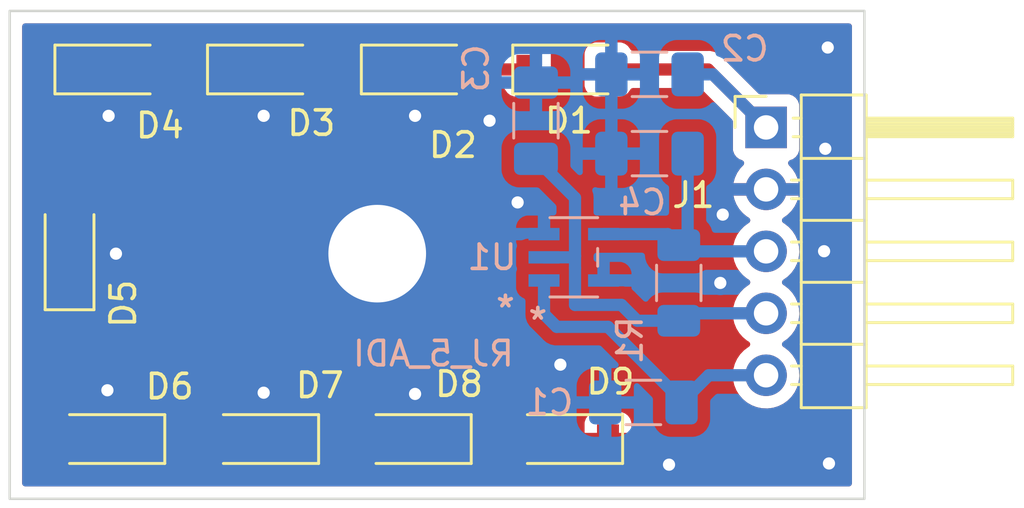
<source format=kicad_pcb>
(kicad_pcb (version 20211014) (generator pcbnew)
  (layers (0 "F.Cu" signal) (31 "B.Cu" signal) (34 "B.Paste" user) (35 "F.Paste" user) (36 "B.SilkS" user "B.Silkscreen") (37 "F.SilkS" user "F.Silkscreen") (38 "B.Mask" user) (39 "F.Mask" user) (44 "Edge.Cuts" user))
  (net 0 "")
  (net 1 "/VOUT")
  (net 2 "GND")
  (net 3 "Net-(C2-Pad2)")
  (net 4 "/+VS")
  (net 5 "/SHUTDOWN*")
  (net 6 "Net-(D1-Pad1)")
  (net 7 "Net-(D2-Pad1)")
  (net 8 "Net-(D3-Pad1)")
  (net 9 "Net-(D4-Pad1)")
  (net 10 "Net-(D5-Pad1)")
  (net 11 "Net-(D6-Pad1)")
  (net 12 "Net-(D7-Pad1)")
  (net 13 "Net-(D8-Pad1)")
  (footprint "Diode_SMD:D_SOD-123" (layer "F.Cu") (at 132.85 87.4)
    (fp_text reference "D3" (at 2 2.2) (layer "F.SilkS"))
    (fp_text value "1N4148W")
    (fp_line (start -2.25 -1) (end -2.25 1) (layer "F.SilkS") (width 0.12))
    (fp_line (start -2.25 -1) (end 1.65 -1) (layer "F.SilkS") (width 0.12))
    (fp_line (start -2.25 1) (end 1.65 1) (layer "F.SilkS") (width 0.12))
    (pad "1" smd rect (at -1.65 0) (size 0.9 1.2) (layers "F.Cu" "F.Paste" "F.Mask") (net 8 "Net-(D3-Pad1)"))
    (pad "2" smd rect (at 1.65 0) (size 0.9 1.2) (layers "F.Cu" "F.Paste" "F.Mask") (net 7 "Net-(D2-Pad1)"))
  )
  (footprint "Diode_SMD:D_SOD-123" (layer "F.Cu") (at 139.15 102.55 180)
    (fp_text reference "D8" (at -1.75 2.25) (layer "F.SilkS"))
    (fp_text value "1N4148W")
    (fp_line (start -2.25 -1) (end -2.25 1) (layer "F.SilkS") (width 0.12))
    (fp_line (start -2.25 1) (end 1.65 1) (layer "F.SilkS") (width 0.12))
    (fp_line (start -2.25 -1) (end 1.65 -1) (layer "F.SilkS") (width 0.12))
    (pad "1" smd rect (at -1.65 0 180) (size 0.9 1.2) (layers "F.Cu" "F.Paste" "F.Mask") (net 13 "Net-(D8-Pad1)"))
    (pad "2" smd rect (at 1.65 0 180) (size 0.9 1.2) (layers "F.Cu" "F.Paste" "F.Mask") (net 12 "Net-(D7-Pad1)"))
  )
  (footprint "Diode_SMD:D_SOD-123" (layer "F.Cu") (at 139.15 87.4)
    (fp_text reference "D2" (at 1.5 3.1) (layer "F.SilkS"))
    (fp_text value "1N4148W")
    (fp_line (start -2.25 -1) (end -2.25 1) (layer "F.SilkS") (width 0.12))
    (fp_line (start -2.25 1) (end 1.65 1) (layer "F.SilkS") (width 0.12))
    (fp_line (start -2.25 -1) (end 1.65 -1) (layer "F.SilkS") (width 0.12))
    (pad "1" smd rect (at -1.65 0) (size 0.9 1.2) (layers "F.Cu" "F.Paste" "F.Mask") (net 7 "Net-(D2-Pad1)"))
    (pad "2" smd rect (at 1.65 0) (size 0.9 1.2) (layers "F.Cu" "F.Paste" "F.Mask") (net 6 "Net-(D1-Pad1)"))
  )
  (footprint "Connector_PinHeader_2.54mm:PinHeader_1x05_P2.54mm_Horizontal" (layer "F.Cu") (at 153.475 89.775)
    (fp_text reference "J1" (at -2.975 2.775) (layer "F.SilkS"))
    (fp_text value "Conn_01x05")
    (fp_line (start -1.27 0) (end -1.27 -1.27) (layer "F.SilkS") (width 0.12))
    (fp_line (start 4.1 0.16) (end 10.1 0.16) (layer "F.SilkS") (width 0.12))
    (fp_line (start 1.44 1.27) (end 4.1 1.27) (layer "F.SilkS") (width 0.12))
    (fp_line (start 4.1 -0.2) (end 10.1 -0.2) (layer "F.SilkS") (width 0.12))
    (fp_line (start 4.1 0.28) (end 10.1 0.28) (layer "F.SilkS") (width 0.12))
    (fp_line (start 10.1 2.16) (end 10.1 2.92) (layer "F.SilkS") (width 0.12))
    (fp_line (start 4.1 7.24) (end 10.1 7.24) (layer "F.SilkS") (width 0.12))
    (fp_line (start 1.44 -1.33) (end 1.44 11.49) (layer "F.SilkS") (width 0.12))
    (fp_line (start 10.1 10.54) (end 4.1 10.54) (layer "F.SilkS") (width 0.12))
    (fp_line (start 4.1 2.16) (end 10.1 2.16) (layer "F.SilkS") (width 0.12))
    (fp_line (start 1.042929 8) (end 1.44 8) (layer "F.SilkS") (width 0.12))
    (fp_line (start 10.1 7.24) (end 10.1 8) (layer "F.SilkS") (width 0.12))
    (fp_line (start 1.44 8.89) (end 4.1 8.89) (layer "F.SilkS") (width 0.12))
    (fp_line (start 1.44 11.49) (end 4.1 11.49) (layer "F.SilkS") (width 0.12))
    (fp_line (start 4.1 -1.33) (end 1.44 -1.33) (layer "F.SilkS") (width 0.12))
    (fp_line (start 1.44 6.35) (end 4.1 6.35) (layer "F.SilkS") (width 0.12))
    (fp_line (start 4.1 4.7) (end 10.1 4.7) (layer "F.SilkS") (width 0.12))
    (fp_line (start 1.042929 7.24) (end 1.44 7.24) (layer "F.SilkS") (width 0.12))
    (fp_line (start 4.1 -0.38) (end 10.1 -0.38) (layer "F.SilkS") (width 0.12))
    (fp_line (start 10.1 8) (end 4.1 8) (layer "F.SilkS") (width 0.12))
    (fp_line (start 1.042929 9.78) (end 1.44 9.78) (layer "F.SilkS") (width 0.12))
    (fp_line (start 10.1 2.92) (end 4.1 2.92) (layer "F.SilkS") (width 0.12))
    (fp_line (start 1.042929 4.7) (end 1.44 4.7) (layer "F.SilkS") (width 0.12))
    (fp_line (start 1.042929 2.92) (end 1.44 2.92) (layer "F.SilkS") (width 0.12))
    (fp_line (start 1.44 3.81) (end 4.1 3.81) (layer "F.SilkS") (width 0.12))
    (fp_line (start 1.042929 10.54) (end 1.44 10.54) (layer "F.SilkS") (width 0.12))
    (fp_line (start 4.1 0.04) (end 10.1 0.04) (layer "F.SilkS") (width 0.12))
    (fp_line (start 1.11 -0.38) (end 1.44 -0.38) (layer "F.SilkS") (width 0.12))
    (fp_line (start -1.27 -1.27) (end 0 -1.27) (layer "F.SilkS") (width 0.12))
    (fp_line (start 1.11 0.38) (end 1.44 0.38) (layer "F.SilkS") (width 0.12))
    (fp_line (start 10.1 -0.38) (end 10.1 0.38) (layer "F.SilkS") (width 0.12))
    (fp_line (start 10.1 9.78) (end 10.1 10.54) (layer "F.SilkS") (width 0.12))
    (fp_line (start 4.1 -0.32) (end 10.1 -0.32) (layer "F.SilkS") (width 0.12))
    (fp_line (start 10.1 0.38) (end 4.1 0.38) (layer "F.SilkS") (width 0.12))
    (fp_line (start 1.042929 5.46) (end 1.44 5.46) (layer "F.SilkS") (width 0.12))
    (fp_line (start 1.042929 2.16) (end 1.44 2.16) (layer "F.SilkS") (width 0.12))
    (fp_line (start 10.1 5.46) (end 4.1 5.46) (layer "F.SilkS") (width 0.12))
    (fp_line (start 4.1 -0.08) (end 10.1 -0.08) (layer "F.SilkS") (width 0.12))
    (fp_line (start 4.1 11.49) (end 4.1 -1.33) (layer "F.SilkS") (width 0.12))
    (fp_line (start 4.1 9.78) (end 10.1 9.78) (layer "F.SilkS") (width 0.12))
    (fp_line (start 10.1 4.7) (end 10.1 5.46) (layer "F.SilkS") (width 0.12))
    (pad "1" thru_hole rect (at 0 0) (size 1.7 1.7) (drill 1) (layers *.Cu *.Mask) (net 3 "Net-(C2-Pad2)"))
    (pad "2" thru_hole oval (at 0 2.54) (size 1.7 1.7) (drill 1) (layers *.Cu *.Mask) (net 2 "GND"))
    (pad "3" thru_hole oval (at 0 5.08) (size 1.7 1.7) (drill 1) (layers *.Cu *.Mask) (net 5 "/SHUTDOWN*"))
    (pad "4" thru_hole oval (at 0 7.62) (size 1.7 1.7) (drill 1) (layers *.Cu *.Mask) (net 4 "/+VS"))
    (pad "5" thru_hole oval (at 0 10.16) (size 1.7 1.7) (drill 1) (layers *.Cu *.Mask) (net 1 "/VOUT"))
  )
  (footprint "Diode_SMD:D_SOD-123" (layer "F.Cu") (at 124.95 95 90)
    (fp_text reference "D5" (at -2 2.2 90) (layer "F.SilkS"))
    (fp_text value "1N4148W")
    (fp_line (start -2.25 1) (end 1.65 1) (layer "F.SilkS") (width 0.12))
    (fp_line (start -2.25 -1) (end 1.65 -1) (layer "F.SilkS") (width 0.12))
    (fp_line (start -2.25 -1) (end -2.25 1) (layer "F.SilkS") (width 0.12))
    (pad "1" smd rect (at -1.65 0 90) (size 0.9 1.2) (layers "F.Cu" "F.Paste" "F.Mask") (net 10 "Net-(D5-Pad1)"))
    (pad "2" smd rect (at 1.65 0 90) (size 0.9 1.2) (layers "F.Cu" "F.Paste" "F.Mask") (net 9 "Net-(D4-Pad1)"))
  )
  (footprint "Diode_SMD:D_SOD-123" (layer "F.Cu") (at 126.6 87.4)
    (fp_text reference "D4" (at 2.05 2.3) (layer "F.SilkS"))
    (fp_text value "1N4148W")
    (fp_line (start -2.25 -1) (end 1.65 -1) (layer "F.SilkS") (width 0.12))
    (fp_line (start -2.25 1) (end 1.65 1) (layer "F.SilkS") (width 0.12))
    (fp_line (start -2.25 -1) (end -2.25 1) (layer "F.SilkS") (width 0.12))
    (pad "1" smd rect (at -1.65 0) (size 0.9 1.2) (layers "F.Cu" "F.Paste" "F.Mask") (net 9 "Net-(D4-Pad1)"))
    (pad "2" smd rect (at 1.65 0) (size 0.9 1.2) (layers "F.Cu" "F.Paste" "F.Mask") (net 8 "Net-(D3-Pad1)"))
  )
  (footprint "Diode_SMD:D_SOD-123" (layer "F.Cu") (at 145.35 102.55 180)
    (fp_text reference "D9" (at -1.75 2.35) (layer "F.SilkS"))
    (fp_text value "1N4148W")
    (fp_line (start -2.25 -1) (end 1.65 -1) (layer "F.SilkS") (width 0.12))
    (fp_line (start -2.25 1) (end 1.65 1) (layer "F.SilkS") (width 0.12))
    (fp_line (start -2.25 -1) (end -2.25 1) (layer "F.SilkS") (width 0.12))
    (pad "1" smd rect (at -1.65 0 180) (size 0.9 1.2) (layers "F.Cu" "F.Paste" "F.Mask") (net 2 "GND"))
    (pad "2" smd rect (at 1.65 0 180) (size 0.9 1.2) (layers "F.Cu" "F.Paste" "F.Mask") (net 13 "Net-(D8-Pad1)"))
  )
  (footprint "Diode_SMD:D_SOD-123" (layer "F.Cu") (at 132.9 102.55 180)
    (fp_text reference "D7" (at -2.3 2.2) (layer "F.SilkS"))
    (fp_text value "1N4148W")
    (fp_line (start -2.25 1) (end 1.65 1) (layer "F.SilkS") (width 0.12))
    (fp_line (start -2.25 -1) (end 1.65 -1) (layer "F.SilkS") (width 0.12))
    (fp_line (start -2.25 -1) (end -2.25 1) (layer "F.SilkS") (width 0.12))
    (pad "1" smd rect (at -1.65 0 180) (size 0.9 1.2) (layers "F.Cu" "F.Paste" "F.Mask") (net 12 "Net-(D7-Pad1)"))
    (pad "2" smd rect (at 1.65 0 180) (size 0.9 1.2) (layers "F.Cu" "F.Paste" "F.Mask") (net 11 "Net-(D6-Pad1)"))
  )
  (footprint "Diode_SMD:D_SOD-123" (layer "F.Cu") (at 145.35 87.4)
    (fp_text reference "D1" (at 0.05 2.1) (layer "F.SilkS"))
    (fp_text value "1N4148W")
    (fp_line (start -2.25 -1) (end -2.25 1) (layer "F.SilkS") (width 0.12))
    (fp_line (start -2.25 -1) (end 1.65 -1) (layer "F.SilkS") (width 0.12))
    (fp_line (start -2.25 1) (end 1.65 1) (layer "F.SilkS") (width 0.12))
    (pad "1" smd rect (at -1.65 0) (size 0.9 1.2) (layers "F.Cu" "F.Paste" "F.Mask") (net 6 "Net-(D1-Pad1)"))
    (pad "2" smd rect (at 1.65 0) (size 0.9 1.2) (layers "F.Cu" "F.Paste" "F.Mask") (net 3 "Net-(C2-Pad2)"))
  )
  (footprint "Diode_SMD:D_SOD-123" (layer "F.Cu") (at 126.6 102.55 180)
    (fp_text reference "D6" (at -2.45 2.15) (layer "F.SilkS"))
    (fp_text value "1N4148W")
    (fp_line (start -2.25 -1) (end 1.65 -1) (layer "F.SilkS") (width 0.12))
    (fp_line (start -2.25 -1) (end -2.25 1) (layer "F.SilkS") (width 0.12))
    (fp_line (start -2.25 1) (end 1.65 1) (layer "F.SilkS") (width 0.12))
    (pad "1" smd rect (at -1.65 0 180) (size 0.9 1.2) (layers "F.Cu" "F.Paste" "F.Mask") (net 11 "Net-(D6-Pad1)"))
    (pad "2" smd rect (at 1.65 0 180) (size 0.9 1.2) (layers "F.Cu" "F.Paste" "F.Mask") (net 10 "Net-(D5-Pad1)"))
  )
  (footprint "TMP36GRTZ:TMP36GRTZ-REEL7" (layer "B.Cu") (at 145.6 95.1)
    (fp_text reference "U1" (at -3.35 0) (layer "B.SilkS") (effects (justify mirror)))
    (fp_text value "RJ_5_ADI" (at -5.75 3.95) (layer "B.SilkS") (effects (justify mirror)))
    (fp_text user "*" (at -2.8 2.1) (layer "B.SilkS") (effects (justify mirror)))
    (fp_text user "*" (at -1.4732 2.601 180) (layer "B.SilkS") (effects (justify mirror)))
    (fp_line (start -0.9779 -1.6256) (end 0.9779 -1.6256) (layer "B.SilkS") (width 0.12))
    (fp_line (start 0.9779 1.6256) (end -0.9779 1.6256) (layer "B.SilkS") (width 0.12))
    (fp_line (start 0.9779 -0.363261) (end 0.9779 0.363261) (layer "B.SilkS") (width 0.12))
    (pad "1" smd rect (at -1.2192 0.950001) (size 1.27 0.508) (layers "B.Cu" "B.Paste" "B.Mask") (net 1 "/VOUT"))
    (pad "2" smd rect (at -1.2192 0) (size 1.27 0.508) (layers "B.Cu" "B.Paste" "B.Mask") (net 4 "/+VS"))
    (pad "3" smd rect (at -1.2192 -0.950001) (size 1.27 0.508) (layers "B.Cu" "B.Paste" "B.Mask") (net 2 "GND"))
    (pad "4" smd rect (at 1.2192 -0.950001) (size 1.27 0.508) (layers "B.Cu" "B.Paste" "B.Mask") (net 5 "/SHUTDOWN*"))
    (pad "5" smd rect (at 1.2192 0.950001) (size 1.27 0.508) (layers "B.Cu" "B.Paste" "B.Mask") (net 2 "GND"))
  )
  (footprint "Capacitor_SMD:C_1206_3216Metric_Pad1.33x1.80mm_HandSolder" (layer "B.Cu") (at 148.45 101.05 180)
    (fp_text reference "C1" (at 3.85 0) (layer "B.SilkS") (effects (justify mirror)))
    (fp_text value "C_Small")
    (fp_line (start -0.711252 -0.91) (end 0.711252 -0.91) (layer "B.SilkS") (width 0.12))
    (fp_line (start -0.711252 0.91) (end 0.711252 0.91) (layer "B.SilkS") (width 0.12))
    (pad "1" smd roundrect (at -1.5625 0 180) (size 1.325 1.8) (layers "B.Cu" "B.Paste" "B.Mask") (roundrect_rratio 0.1886792453) (net 1 "/VOUT"))
    (pad "2" smd roundrect (at 1.5625 0 180) (size 1.325 1.8) (layers "B.Cu" "B.Paste" "B.Mask") (roundrect_rratio 0.1886792453) (net 2 "GND"))
  )
  (footprint "Capacitor_SMD:C_1206_3216Metric_Pad1.33x1.80mm_HandSolder" (layer "B.Cu") (at 148.7 87.6)
    (fp_text reference "C2" (at 3.9 -1.05) (layer "B.SilkS") (effects (justify mirror)))
    (fp_text value "C_Small")
    (fp_line (start -0.711252 -0.91) (end 0.711252 -0.91) (layer "B.SilkS") (width 0.12))
    (fp_line (start -0.711252 0.91) (end 0.711252 0.91) (layer "B.SilkS") (width 0.12))
    (pad "1" smd roundrect (at -1.5625 0) (size 1.325 1.8) (layers "B.Cu" "B.Paste" "B.Mask") (roundrect_rratio 0.1886792453) (net 2 "GND"))
    (pad "2" smd roundrect (at 1.5625 0) (size 1.325 1.8) (layers "B.Cu" "B.Paste" "B.Mask") (roundrect_rratio 0.1886792453) (net 3 "Net-(C2-Pad2)"))
  )
  (footprint "Capacitor_SMD:C_1206_3216Metric_Pad1.33x1.80mm_HandSolder" (layer "B.Cu") (at 148.7 90.85 180)
    (fp_text reference "C4" (at 0.3 -2) (layer "B.SilkS") (effects (justify mirror)))
    (fp_text value "C_Small")
    (fp_line (start -0.711252 -0.91) (end 0.711252 -0.91) (layer "B.SilkS") (width 0.12))
    (fp_line (start -0.711252 0.91) (end 0.711252 0.91) (layer "B.SilkS") (width 0.12))
    (pad "1" smd roundrect (at -1.5625 0 180) (size 1.325 1.8) (layers "B.Cu" "B.Paste" "B.Mask") (roundrect_rratio 0.1886792453) (net 5 "/SHUTDOWN*"))
    (pad "2" smd roundrect (at 1.5625 0 180) (size 1.325 1.8) (layers "B.Cu" "B.Paste" "B.Mask") (roundrect_rratio 0.1886792453) (net 2 "GND"))
  )
  (footprint "Resistor_SMD:R_1206_3216Metric_Pad1.30x1.75mm_HandSolder" (layer "B.Cu") (at 149.9 96.15 -90)
    (fp_text reference "R1" (at 2.35 2 90) (layer "B.SilkS") (effects (justify mirror)))
    (fp_text value "R_US")
    (fp_line (start -0.727064 -0.91) (end 0.727064 -0.91) (layer "B.SilkS") (width 0.12))
    (fp_line (start -0.727064 0.91) (end 0.727064 0.91) (layer "B.SilkS") (width 0.12))
    (pad "1" smd roundrect (at -1.55 0 270) (size 1.3 1.75) (layers "B.Cu" "B.Paste" "B.Mask") (roundrect_rratio 0.1923076923) (net 5 "/SHUTDOWN*"))
    (pad "2" smd roundrect (at 1.55 0 270) (size 1.3 1.75) (layers "B.Cu" "B.Paste" "B.Mask") (roundrect_rratio 0.1923076923) (net 4 "/+VS"))
  )
  (footprint "Capacitor_SMD:C_1206_3216Metric_Pad1.33x1.80mm_HandSolder" (layer "B.Cu") (at 144.05 89.5 90)
    (fp_text reference "C3" (at 2.15 -2.45 90) (layer "B.SilkS") (effects (justify mirror)))
    (fp_text value "C_Small")
    (fp_line (start -0.711252 -0.91) (end 0.711252 -0.91) (layer "B.SilkS") (width 0.12))
    (fp_line (start -0.711252 0.91) (end 0.711252 0.91) (layer "B.SilkS") (width 0.12))
    (pad "1" smd roundrect (at -1.5625 0 90) (size 1.325 1.8) (layers "B.Cu" "B.Paste" "B.Mask") (roundrect_rratio 0.1886792453) (net 4 "/+VS"))
    (pad "2" smd roundrect (at 1.5625 0 90) (size 1.325 1.8) (layers "B.Cu" "B.Paste" "B.Mask") (roundrect_rratio 0.1886792453) (net 2 "GND"))
  )
  (gr_rect (start 122.5 105) (end 157.5 85) (layer "Edge.Cuts") (width 0.1) (fill none))
  (segment (start 150.0125 101.05) (end 150.0125 100.9625) (width 0.5) (layer "B.Cu") (net 1))
  (segment (start 151.1275 99.935) (end 150.0125 101.05) (width 0.5) (layer "B.Cu") (net 1))
  (segment (start 150.0125 100.9625) (end 147 97.95) (width 0.5) (layer "B.Cu") (net 1))
  (segment (start 153.475 99.935) (end 151.1275 99.935) (width 0.5) (layer "B.Cu") (net 1))
  (segment (start 144.3808 97.4308) (end 144.3808 96.050001) (width 0.5) (layer "B.Cu") (net 1))
  (segment (start 147 97.95) (end 144.9 97.95) (width 0.5) (layer "B.Cu") (net 1))
  (segment (start 144.9 97.95) (end 144.3808 97.4308) (width 0.5) (layer "B.Cu") (net 1))
  (via (at 143.3 92.85) (size 1) (drill 0.5) (layers "F.Cu" "B.Cu") (net 2))
  (via (at 139.1 89.3) (size 1) (drill 0.5) (layers "F.Cu" "B.Cu") (net 2))
  (via (at 151.6 96.15) (size 1) (drill 0.5) (layers "F.Cu" "B.Cu") (net 2))
  (via (at 132.9 89.3) (size 1) (drill 0.5) (layers "F.Cu" "B.Cu") (net 2))
  (via (at 155.9 90.65) (size 1) (drill 0.5) (layers "F.Cu" "B.Cu") (net 2))
  (via (at 142.15 89.5) (size 1) (drill 0.5) (layers "F.Cu" "B.Cu") (net 2))
  (via (at 132.9 100.65) (size 1) (drill 0.5) (layers "F.Cu" "B.Cu") (net 2))
  (via (at 149.5 103.6) (size 1) (drill 0.5) (layers "F.Cu" "B.Cu") (net 2))
  (via (at 156 86.5) (size 1) (drill 0.5) (layers "F.Cu" "B.Cu") (net 2))
  (via (at 151.7 93.35) (size 1) (drill 0.5) (layers "F.Cu" "B.Cu") (net 2))
  (via (at 155.85 94.85) (size 1) (drill 0.5) (layers "F.Cu" "B.Cu") (net 2))
  (via (at 139.1 100.7) (size 1) (drill 0.5) (layers "F.Cu" "B.Cu") (net 2))
  (via (at 156.05 103.55) (size 1) (drill 0.5) (layers "F.Cu" "B.Cu") (net 2))
  (via (at 126.85 94.95) (size 1) (drill 0.5) (layers "F.Cu" "B.Cu") (net 2))
  (via (at 126.5 100.55) (size 1) (drill 0.5) (layers "F.Cu" "B.Cu") (net 2))
  (via (at 145.05 99.5) (size 1) (drill 0.5) (layers "F.Cu" "B.Cu") (net 2))
  (via (at 126.55 89.3) (size 1) (drill 0.5) (layers "F.Cu" "B.Cu") (net 2))
  (via (at 137.55 94.95) (size 6) (drill 4) (layers "F.Cu" "B.Cu") (net 2))
  (segment (start 151.1 87.4) (end 153.475 89.775) (width 0.5) (layer "F.Cu") (net 3))
  (segment (start 147 87.4) (end 151.1 87.4) (width 0.5) (layer "F.Cu") (net 3))
  (segment (start 150.2625 87.6) (end 151.3 87.6) (width 0.5) (layer "B.Cu") (net 3))
  (segment (start 151.3 87.6) (end 153.475 89.775) (width 0.5) (layer "B.Cu") (net 3))
  (segment (start 148.2 97.7) (end 147.55 97.05) (width 0.5) (layer "B.Cu") (net 4))
  (segment (start 145.65 92.6625) (end 145.65 95.05) (width 0.5) (layer "B.Cu") (net 4))
  (segment (start 149.9 97.7) (end 148.2 97.7) (width 0.5) (layer "B.Cu") (net 4))
  (segment (start 147.55 97.05) (end 145.65 97.05) (width 0.5) (layer "B.Cu") (net 4))
  (segment (start 145.65 97.05) (end 145.65 95.530201) (width 0.5) (layer "B.Cu") (net 4))
  (segment (start 153.475 97.395) (end 150.205 97.395) (width 0.5) (layer "B.Cu") (net 4))
  (segment (start 144.05 91.0625) (end 145.65 92.6625) (width 0.5) (layer "B.Cu") (net 4))
  (segment (start 145.6 95.1) (end 145.65 95.05) (width 0.5) (layer "B.Cu") (net 4))
  (segment (start 144.3808 95.1) (end 145.6 95.1) (width 0.5) (layer "B.Cu") (net 4))
  (segment (start 145.65 95.05) (end 145.65 95.530201) (width 0.5) (layer "B.Cu") (net 4))
  (segment (start 150.205 97.395) (end 149.9 97.7) (width 0.5) (layer "B.Cu") (net 4))
  (segment (start 150.155 94.855) (end 149.9 94.6) (width 0.5) (layer "B.Cu") (net 5))
  (segment (start 146.8192 94.149999) (end 149.449999 94.149999) (width 0.5) (layer "B.Cu") (net 5))
  (segment (start 153.475 94.855) (end 150.155 94.855) (width 0.5) (layer "B.Cu") (net 5))
  (segment (start 149.449999 94.149999) (end 149.9 94.6) (width 0.5) (layer "B.Cu") (net 5))
  (segment (start 150.2625 94.2375) (end 149.9 94.6) (width 0.5) (layer "B.Cu") (net 5))
  (segment (start 150.2625 90.85) (end 150.2625 94.2375) (width 0.5) (layer "B.Cu") (net 5))
  (segment (start 140.8 87.4) (end 143.7 87.4) (width 0.5) (layer "F.Cu") (net 6))
  (segment (start 134.5 87.4) (end 137.5 87.4) (width 0.5) (layer "F.Cu") (net 7))
  (segment (start 128.25 87.4) (end 131.2 87.4) (width 0.5) (layer "F.Cu") (net 8))
  (segment (start 124.95 87.4) (end 124.95 93.35) (width 0.5) (layer "F.Cu") (net 9))
  (segment (start 124.95 96.65) (end 124.95 102.55) (width 0.5) (layer "F.Cu") (net 10))
  (segment (start 128.25 102.55) (end 131.25 102.55) (width 0.5) (layer "F.Cu") (net 11))
  (segment (start 134.55 102.55) (end 137.5 102.55) (width 0.5) (layer "F.Cu") (net 12))
  (segment (start 140.8 102.55) (end 143.7 102.55) (width 0.5) (layer "F.Cu") (net 13))
  (zone (net 2) (net_name "GND") (layers F&B.Cu) (connect_pads (clearance 0.508)) (min_thickness 0.254) (fill yes (thermal_gap 0.508) (thermal_bridge_width 0.508))
    (polygon (pts (xy 157.5 105) (xy 122.5 105) (xy 122.5 85) (xy 157.5 85)))
  )
)
</source>
